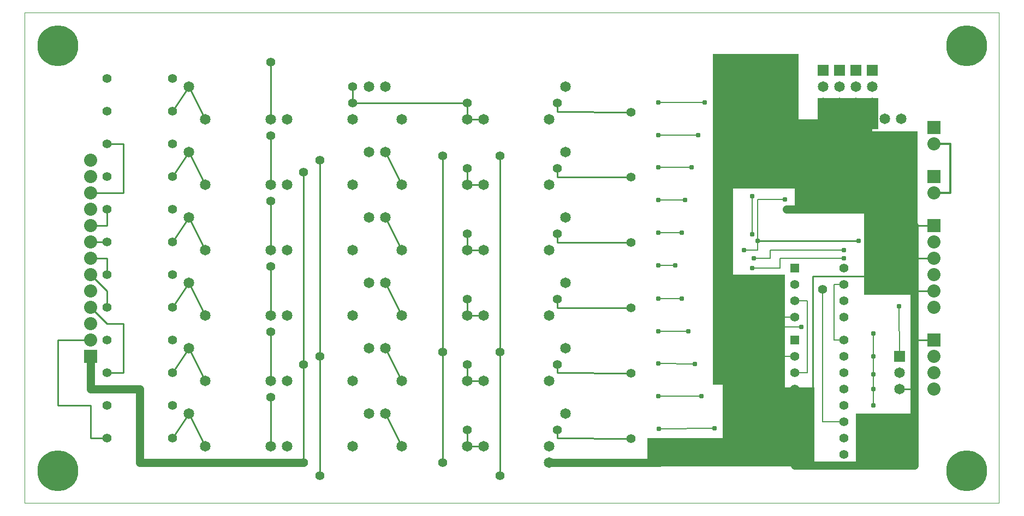
<source format=gbl>
G04*
G04 Format:               Gerber RS-274X*
G04 Layer:                BottomCopper*
G04 This File Name:       bmsE.gbl*
G04 Source File Name:     bmsE.rrb*
G04 Unique ID:            bca468ea-87cd-4f63-8e83-bbeb9de39dea*
G04 Generated Date:       Saturday, 23 August 2014 16:22:35*
G04*
G04 Created Using:        Robot Room Copper Connection v2.6.5209*
G04 Software Contact:     http://www.robotroom.com/CopperConnection/Support.aspx*
G04 License Number:       1402*
G04*
G04 Zero Suppression:     Leading*
G04 Number Precision:     2.4*
G04*
%FSLAX24Y24*%
%MOIN*%
%LNBottomCopper*%
%ADD10C,.008*%
%ADD11C,.01*%
%ADD12C,.012*%
%ADD13C,.031*%
%ADD14C,.037*%
%ADD15C,.05*%
%ADD16C,.056*%
%ADD17C,.065*%
%ADD18C,.08*%
%ADD19C,.25*%
%ADD20R,.006X.006*%
%ADD21R,.056X.056*%
%ADD22R,.065X.065*%
%ADD23R,.08X.08*%
G36*
G01X48400Y24800D02*
X52100D01*
Y22900D01*
X48400D01*
Y24800D01*
G37*
G36*
X38000Y4000D02*
X43000D01*
Y2250D01*
X38000D01*
Y4000D01*
G37*
G36*
X50750Y5500D02*
X54300D01*
Y2300D01*
X50750D01*
Y5500D01*
G37*
G36*
X42000Y21500D02*
X43250D01*
Y7250D01*
X42000D01*
Y21500D01*
G37*
G36*
X42600Y14000D02*
X46400D01*
Y3900D01*
X42600D01*
Y14000D01*
G37*
G36*
X42600Y7100D02*
X48200D01*
Y2250D01*
X42600D01*
Y7100D01*
G37*
G36*
X51250Y22750D02*
X54500D01*
Y12750D01*
X51250D01*
Y22750D01*
G37*
G36*
X47000Y23500D02*
X51750D01*
Y17750D01*
X47000D01*
Y23500D01*
G37*
G36*
X42000Y27500D02*
X47250D01*
Y19250D01*
X42000D01*
Y27500D01*
G37*
D10*
X38700Y4560D02*
X42100Y4570D01*
X38670Y6540D02*
X41300D01*
X38670Y8540D02*
X40900Y8530D01*
X38670Y10520D02*
X40500Y10510D01*
X38670Y12520D02*
X40100D01*
X38670Y14550D02*
X39700D01*
X38680Y24510D02*
X41510D01*
X38680Y22510D02*
X41110D01*
X38670Y20550D02*
X40700D01*
X38670Y16550D02*
X40100D01*
X38670Y18550D02*
X40310D01*
X44400Y16450D02*
Y18800D01*
X46410Y18600D02*
X44750D01*
Y16060D01*
Y15470D01*
X43900D01*
X53400Y9000D02*
X53380Y12050D01*
X50000Y13400D02*
X49400D01*
X48700Y13090D02*
Y5000D01*
X50000D01*
X47000Y9000D02*
X46200D01*
X47000Y11400D02*
X46200D01*
X47000Y8000D02*
X47780D01*
X46200Y11400D02*
Y10800D01*
X47000Y12400D02*
X47780D01*
X47400Y10800D02*
X46200D01*
X47780Y12400D02*
Y8000D01*
X51820Y10400D02*
Y9000D01*
Y6000D02*
Y7000D01*
Y7900D01*
Y9000D01*
X46200Y10800D02*
Y9000D01*
X49400Y13400D02*
Y10000D01*
X50000D01*
X46200Y9000D02*
Y7000D01*
X44500Y15000D02*
X45500D01*
X44400Y14400D02*
X46100D01*
X45500Y15000D02*
Y15500D01*
X50000D01*
X46100Y14400D02*
Y15000D01*
X50000D01*
D11*
X4000Y10000D02*
X2000D01*
X5000Y14000D02*
Y15000D01*
X4000Y6000D02*
Y4000D01*
X5000D01*
X2000Y10000D02*
Y6000D01*
X4000Y16000D02*
X5000D01*
Y15000D02*
X4000D01*
Y17000D02*
X5000D01*
Y18000D01*
X4000Y19000D02*
X6000D01*
Y22000D01*
X5000D01*
X4000Y14000D02*
X5000Y13000D01*
Y12000D01*
X2000Y6000D02*
X4000D01*
Y12000D02*
X5000Y11000D01*
X9000Y24000D02*
X10000Y25500D01*
X5000Y11000D02*
X6000D01*
X10000Y25500D02*
X11000Y23500D01*
X6000Y11000D02*
Y8000D01*
X5000D01*
X15000Y27000D02*
Y23500D01*
X20000Y25500D02*
Y24500D01*
X27000D01*
Y23500D01*
X28000D01*
X22000Y21500D02*
X23000Y19500D01*
X15000D02*
Y22500D01*
X9000Y20000D02*
X10000Y21500D01*
X11000Y19500D01*
X27000Y20500D02*
Y19500D01*
X28000D01*
X15000Y15500D02*
Y18500D01*
X9000Y16000D02*
X10000Y17500D01*
X11000Y15500D01*
X27000Y16500D02*
Y15500D01*
X22000Y17500D02*
X23000Y15500D01*
X27000D02*
X28000D01*
X15000Y14500D02*
Y11500D01*
X9000Y12000D02*
X10000Y13500D01*
X11000Y11500D01*
X27000Y12500D02*
Y11500D01*
X28000D01*
X15000Y10500D02*
Y7500D01*
X9000Y8000D02*
X10000Y9500D01*
X11000Y7500D01*
X27000Y8500D02*
Y7500D01*
X28000D01*
X15000Y6500D02*
Y3500D01*
X37000Y23920D02*
X32500Y23940D01*
X9000Y4000D02*
X10000Y5500D01*
X11000Y3500D01*
X27000Y4500D02*
Y3500D01*
X22000Y13500D02*
X23000Y11500D01*
X22000Y9500D02*
X23000Y7500D01*
X27000Y3500D02*
X28000D01*
X22000Y5500D02*
X23000Y3500D01*
X37000Y19940D02*
X32500Y19960D01*
Y20500D01*
Y23940D02*
Y24500D01*
Y16500D02*
Y15940D01*
X37000D01*
X32500Y12500D02*
Y11940D01*
X37000D01*
X32500Y8500D02*
Y8000D01*
X37000Y7960D01*
X32500Y4500D02*
Y4000D01*
X37000Y3960D01*
X17000Y20250D02*
Y8500D01*
Y2500D02*
Y8500D01*
X25500Y21250D02*
Y9250D01*
Y2500D02*
Y9250D01*
X29000Y1700D02*
Y9260D01*
X18000Y1700D02*
Y9000D01*
Y21000D02*
Y9000D01*
X29000Y21260D02*
Y9260D01*
X54310Y13000D02*
X55500D01*
X54310Y9990D02*
X55500Y10000D01*
X54300Y17000D02*
X55500D01*
X54310Y14980D02*
X55500Y15000D01*
X53400Y7000D02*
X54300Y6990D01*
X47000Y7000D02*
X46200D01*
X43980D02*
X46200D01*
X47000D02*
X48100D01*
X44750Y16060D02*
X50900D01*
X48100Y7000D02*
Y13890D01*
X52700Y13900D01*
D12*
X55500Y22000D02*
X56510D01*
Y19000D01*
X55500D01*
D13*
X41300Y6540D03*
X42100Y4570D03*
X38700Y4560D03*
X40900Y8530D03*
X40500Y10510D03*
X40100Y12520D03*
X38670Y6540D03*
Y8540D03*
X39700Y14550D03*
X38670Y10520D03*
Y12520D03*
Y14550D03*
X41110Y22510D03*
X38670Y16550D03*
X40100D03*
X41510Y24510D03*
X38670Y18550D03*
Y20550D03*
X40700D03*
X38680Y22510D03*
Y24510D03*
X40310Y18550D03*
X44400Y16450D03*
Y18800D03*
X43900Y15470D03*
X46410Y18600D03*
X50000Y15500D03*
Y15000D03*
X44750Y16060D03*
X46500Y18000D03*
X49400D03*
X44500Y15000D03*
X53380Y12050D03*
X44400Y14400D03*
X43980Y7000D03*
X47400Y10800D03*
X51820Y7000D03*
Y6000D03*
Y7900D03*
Y9000D03*
Y10400D03*
X52700Y15400D03*
X50900Y16060D03*
D14*
X43990Y3980D03*
D15*
X38750Y2920D02*
X44000D01*
X43990Y3980D02*
X44000Y2920D01*
X4000Y9000D02*
Y7000D01*
X38750Y2500D02*
X32000D01*
X4000Y7000D02*
X7000D01*
Y2500D01*
X17000D01*
X38750D02*
Y2920D01*
X50750Y24500D02*
X51750D01*
X46500Y18000D02*
X48750D01*
X54310Y2330D02*
X47000D01*
X48750Y24500D02*
X49750D01*
X54310Y14980D02*
Y13000D01*
Y9990D02*
Y13000D01*
X54300Y17000D02*
Y15400D01*
X54310Y9990D02*
X54300Y6990D01*
X47000Y7000D02*
Y6000D01*
X43990Y3980D02*
X47000Y4000D01*
Y6000D02*
Y5000D01*
Y4000D01*
X54300Y6990D02*
X54310Y2330D01*
Y14980D02*
X54300Y15400D01*
X52700D02*
X54300D01*
X52700Y13900D02*
Y15400D01*
X49400Y18000D02*
X52700D01*
X48750D02*
X49400D01*
X52700D02*
Y15400D01*
X47000Y4000D02*
Y3000D01*
Y2330D01*
X49750Y24500D02*
X50750D01*
D16*
X37000Y23920D03*
Y19940D03*
X20000Y25500D03*
X15000Y27000D03*
X20000Y24500D03*
X47000Y9000D03*
X27000Y24500D03*
X15000Y22500D03*
X27000Y20500D03*
X15000Y18500D03*
Y14500D03*
X27000Y16500D03*
X15000Y10500D03*
X27000Y12500D03*
Y8500D03*
X15000Y6500D03*
X37000Y15940D03*
Y11940D03*
Y7960D03*
Y3960D03*
X27000Y4500D03*
X32500Y20500D03*
Y24500D03*
X5000Y26000D03*
X9000D03*
X5000Y24000D03*
X9000D03*
X5000Y22000D03*
X9000D03*
X5000Y20000D03*
X9000D03*
X5000Y18000D03*
X9000D03*
X5000Y16000D03*
X9000D03*
X5000Y14000D03*
X9000D03*
X5000Y12000D03*
X9000D03*
X5000Y10000D03*
X9000D03*
X5000Y8000D03*
X9000D03*
X5000Y6000D03*
X9000D03*
X5000Y4000D03*
X9000D03*
X32500Y16500D03*
Y12500D03*
Y8500D03*
Y4500D03*
X47000Y8000D03*
Y7000D03*
Y6000D03*
Y5000D03*
X25500Y9250D03*
X47000Y4000D03*
Y3000D03*
X50000D03*
Y4000D03*
Y5000D03*
Y6000D03*
Y7000D03*
Y8000D03*
Y9000D03*
Y10000D03*
X17000Y8500D03*
Y2500D03*
Y20250D03*
X25500Y21250D03*
X47000Y13400D03*
Y12400D03*
Y11400D03*
X50000D03*
Y12400D03*
Y13400D03*
Y14400D03*
X25500Y2500D03*
X29000Y1700D03*
X18000D03*
Y21000D03*
Y9000D03*
X29000Y9260D03*
Y21260D03*
X48700Y13090D03*
D17*
X51750Y24500D03*
Y25500D03*
X52500Y23520D03*
X53500D03*
X50750Y24500D03*
Y25500D03*
X21000Y17500D03*
Y25500D03*
X32000Y2500D03*
X10000Y25500D03*
X49750Y24500D03*
X21000Y21500D03*
X10000D03*
X16000Y19500D03*
X20000D03*
X15000D03*
X11000D03*
X10000Y17500D03*
X33000Y21500D03*
X22000D03*
X28000Y19500D03*
X32000D03*
X27000D03*
X23000D03*
X49750Y25500D03*
X16000Y23500D03*
X20000D03*
X33000Y25500D03*
X22000D03*
X15000Y23500D03*
X11000D03*
X33000Y17500D03*
X22000D03*
X21000Y13500D03*
X10000D03*
X33000D03*
X22000D03*
X21000Y9500D03*
X16000Y15500D03*
X20000D03*
X15000D03*
X11000D03*
X10000Y9500D03*
X33000D03*
X22000D03*
X28000Y15500D03*
X32000D03*
X21000Y5500D03*
X10000D03*
X27000Y15500D03*
X23000D03*
X33000Y5500D03*
X22000D03*
X28000Y23500D03*
X32000D03*
X27000D03*
X23000D03*
X16000Y11500D03*
X20000D03*
X15000D03*
X11000D03*
X28000D03*
X32000D03*
X27000D03*
X23000D03*
X16000Y7500D03*
X20000D03*
X15000D03*
X11000D03*
X28000D03*
X32000D03*
X27000D03*
X23000D03*
X48750Y24500D03*
Y25500D03*
X16000Y3500D03*
X20000D03*
X15000D03*
X11000D03*
X53400Y7000D03*
Y8000D03*
X28000Y3500D03*
X32000D03*
X27000D03*
X23000D03*
D18*
X55500Y8000D03*
Y7000D03*
Y9000D03*
X4000Y11000D03*
X55500Y22000D03*
Y19000D03*
Y15000D03*
Y14000D03*
Y16000D03*
Y12000D03*
Y13000D03*
X4000Y12000D03*
Y10000D03*
Y14000D03*
Y13000D03*
Y15000D03*
Y17000D03*
Y16000D03*
Y18000D03*
Y19000D03*
Y21000D03*
Y20000D03*
D19*
X2000Y28000D03*
X57500D03*
Y2000D03*
X2000D03*
D21*
X47000Y10000D03*
Y14400D03*
D22*
X51750Y26500D03*
X50750D03*
X49750D03*
X48750D03*
X53400Y9000D03*
D23*
X55500Y10000D03*
X4000Y9000D03*
X55500Y23000D03*
Y17000D03*
Y20000D03*
D20*
X0Y30000D02*
X59500D01*
Y0D01*
X0D01*
Y30000D01*
M02*

</source>
